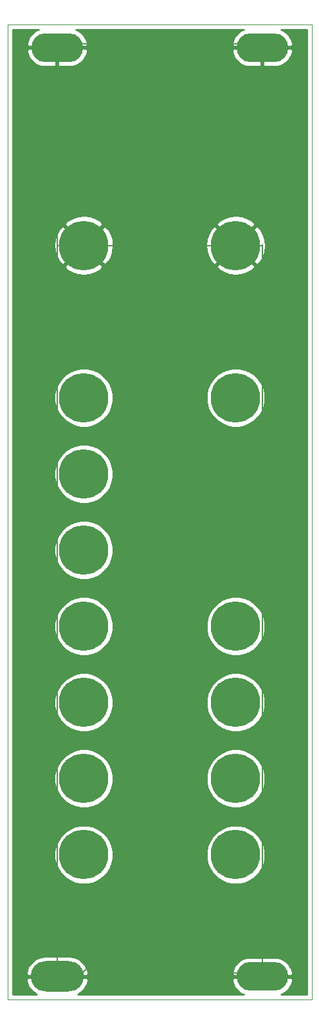
<source format=gbr>
%TF.GenerationSoftware,KiCad,Pcbnew,(5.1.0)-1*%
%TF.CreationDate,2020-03-07T12:32:10+01:00*%
%TF.ProjectId,KicadJE_AC3340_RevA_Faceplate,4b696361-644a-4455-9f41-43333334305f,rev?*%
%TF.SameCoordinates,Original*%
%TF.FileFunction,Copper,L1,Top*%
%TF.FilePolarity,Positive*%
%FSLAX46Y46*%
G04 Gerber Fmt 4.6, Leading zero omitted, Abs format (unit mm)*
G04 Created by KiCad (PCBNEW (5.1.0)-1) date 2020-03-07 12:32:10*
%MOMM*%
%LPD*%
G04 APERTURE LIST*
%ADD10C,0.050000*%
%ADD11O,7.000000X4.000000*%
%ADD12O,6.800000X3.800000*%
%ADD13C,6.500000*%
%ADD14C,0.150000*%
%ADD15C,0.254000*%
G04 APERTURE END LIST*
D10*
X-50000000Y-164000000D02*
X-50000000Y-36000000D01*
X-10000000Y-164000000D02*
X-50000000Y-164000000D01*
X-10000000Y-36000000D02*
X-10000000Y-164000000D01*
X-50000000Y-36000000D02*
X-10000000Y-36000000D01*
D11*
X-43500000Y-161000000D03*
D12*
X-16500000Y-39000000D03*
X-43500000Y-39000000D03*
X-16500000Y-161000000D03*
D13*
X-20000000Y-65000000D03*
X-40000000Y-65000000D03*
X-20000000Y-85000000D03*
X-40000000Y-85000000D03*
X-40000000Y-95000000D03*
X-40000000Y-125000000D03*
X-40000000Y-105000000D03*
X-40000000Y-115000000D03*
X-20000000Y-115000000D03*
X-20000000Y-125000000D03*
X-20000000Y-135000000D03*
X-40000000Y-135000000D03*
X-40000000Y-145000000D03*
X-20000000Y-145000000D03*
D14*
X-39950000Y-38500000D02*
X-16500000Y-38500000D01*
X-43500000Y-38500000D02*
X-39950000Y-38500000D01*
X-16500000Y-141500000D02*
X-16500000Y-160500000D01*
X-40150000Y-160500000D02*
X-43500000Y-160500000D01*
X-38940418Y-159290418D02*
X-40150000Y-160500000D01*
X-26699807Y-159290418D02*
X-38940418Y-159290418D01*
X-25490225Y-160500000D02*
X-26699807Y-159290418D01*
X-16500000Y-160500000D02*
X-25490225Y-160500000D01*
X-16600000Y-65000000D02*
X-16500000Y-64900000D01*
X-43400000Y-65000000D02*
X-16600000Y-65000000D01*
X-43500000Y-65100000D02*
X-43400000Y-65000000D01*
X-43500000Y-160500000D02*
X-43500000Y-65100000D01*
X-16500000Y-64900000D02*
X-16500000Y-141500000D01*
X-43500000Y-65100000D02*
X-43500000Y-38500000D01*
D15*
G36*
X-46087435Y-36706566D02*
G01*
X-46513967Y-36962782D01*
X-46882318Y-37297287D01*
X-47178333Y-37697226D01*
X-47390636Y-38147230D01*
X-47480779Y-38478500D01*
X-47372854Y-38873000D01*
X-43627000Y-38873000D01*
X-43627000Y-38853000D01*
X-43373000Y-38853000D01*
X-43373000Y-38873000D01*
X-39627146Y-38873000D01*
X-39519221Y-38478500D01*
X-39609364Y-38147230D01*
X-39821667Y-37697226D01*
X-40117682Y-37297287D01*
X-40486033Y-36962782D01*
X-40912565Y-36706566D01*
X-41042312Y-36660000D01*
X-18957688Y-36660000D01*
X-19087435Y-36706566D01*
X-19513967Y-36962782D01*
X-19882318Y-37297287D01*
X-20178333Y-37697226D01*
X-20390636Y-38147230D01*
X-20480779Y-38478500D01*
X-20372854Y-38873000D01*
X-16627000Y-38873000D01*
X-16627000Y-38853000D01*
X-16373000Y-38853000D01*
X-16373000Y-38873000D01*
X-12627146Y-38873000D01*
X-12519221Y-38478500D01*
X-12609364Y-38147230D01*
X-12821667Y-37697226D01*
X-13117682Y-37297287D01*
X-13486033Y-36962782D01*
X-13912565Y-36706566D01*
X-14042312Y-36660000D01*
X-10660000Y-36660000D01*
X-10659999Y-163340000D01*
X-14042312Y-163340000D01*
X-13912565Y-163293434D01*
X-13486033Y-163037218D01*
X-13117682Y-162702713D01*
X-12821667Y-162302774D01*
X-12609364Y-161852770D01*
X-12519221Y-161521500D01*
X-12627146Y-161127000D01*
X-16373000Y-161127000D01*
X-16373000Y-161147000D01*
X-16627000Y-161147000D01*
X-16627000Y-161127000D01*
X-20372854Y-161127000D01*
X-20480779Y-161521500D01*
X-20390636Y-161852770D01*
X-20178333Y-162302774D01*
X-19882318Y-162702713D01*
X-19513967Y-163037218D01*
X-19087435Y-163293434D01*
X-18957688Y-163340000D01*
X-40797686Y-163340000D01*
X-40430475Y-163120365D01*
X-40046970Y-162773424D01*
X-39738519Y-162358331D01*
X-39516975Y-161891038D01*
X-39420333Y-161537162D01*
X-39527009Y-161127000D01*
X-43373000Y-161127000D01*
X-43373000Y-161147000D01*
X-43627000Y-161147000D01*
X-43627000Y-161127000D01*
X-47472991Y-161127000D01*
X-47579667Y-161537162D01*
X-47483025Y-161891038D01*
X-47261481Y-162358331D01*
X-46953030Y-162773424D01*
X-46569525Y-163120365D01*
X-46202314Y-163340000D01*
X-49340000Y-163340000D01*
X-49340000Y-160462838D01*
X-47579667Y-160462838D01*
X-47472991Y-160873000D01*
X-43627000Y-160873000D01*
X-43627000Y-160853000D01*
X-43373000Y-160853000D01*
X-43373000Y-160873000D01*
X-39527009Y-160873000D01*
X-39424407Y-160478500D01*
X-20480779Y-160478500D01*
X-20372854Y-160873000D01*
X-16627000Y-160873000D01*
X-16627000Y-160853000D01*
X-16373000Y-160853000D01*
X-16373000Y-160873000D01*
X-12627146Y-160873000D01*
X-12519221Y-160478500D01*
X-12609364Y-160147230D01*
X-12821667Y-159697226D01*
X-13117682Y-159297287D01*
X-13486033Y-158962782D01*
X-13912565Y-158706566D01*
X-14380886Y-158538486D01*
X-14873000Y-158465000D01*
X-18127000Y-158465000D01*
X-18619114Y-158538486D01*
X-19087435Y-158706566D01*
X-19513967Y-158962782D01*
X-19882318Y-159297287D01*
X-20178333Y-159697226D01*
X-20390636Y-160147230D01*
X-20480779Y-160478500D01*
X-39424407Y-160478500D01*
X-39420333Y-160462838D01*
X-39516975Y-160108962D01*
X-39738519Y-159641669D01*
X-40046970Y-159226576D01*
X-40430475Y-158879635D01*
X-40874296Y-158614178D01*
X-41361377Y-158440407D01*
X-41873000Y-158365000D01*
X-45127000Y-158365000D01*
X-45638623Y-158440407D01*
X-46125704Y-158614178D01*
X-46569525Y-158879635D01*
X-46953030Y-159226576D01*
X-47261481Y-159641669D01*
X-47483025Y-160108962D01*
X-47579667Y-160462838D01*
X-49340000Y-160462838D01*
X-49340000Y-144617361D01*
X-43885000Y-144617361D01*
X-43885000Y-145382639D01*
X-43735702Y-146133213D01*
X-43442842Y-146840238D01*
X-43017677Y-147476543D01*
X-42476543Y-148017677D01*
X-41840238Y-148442842D01*
X-41133213Y-148735702D01*
X-40382639Y-148885000D01*
X-39617361Y-148885000D01*
X-38866787Y-148735702D01*
X-38159762Y-148442842D01*
X-37523457Y-148017677D01*
X-36982323Y-147476543D01*
X-36557158Y-146840238D01*
X-36264298Y-146133213D01*
X-36115000Y-145382639D01*
X-36115000Y-144617361D01*
X-23885000Y-144617361D01*
X-23885000Y-145382639D01*
X-23735702Y-146133213D01*
X-23442842Y-146840238D01*
X-23017677Y-147476543D01*
X-22476543Y-148017677D01*
X-21840238Y-148442842D01*
X-21133213Y-148735702D01*
X-20382639Y-148885000D01*
X-19617361Y-148885000D01*
X-18866787Y-148735702D01*
X-18159762Y-148442842D01*
X-17523457Y-148017677D01*
X-16982323Y-147476543D01*
X-16557158Y-146840238D01*
X-16264298Y-146133213D01*
X-16115000Y-145382639D01*
X-16115000Y-144617361D01*
X-16264298Y-143866787D01*
X-16557158Y-143159762D01*
X-16982323Y-142523457D01*
X-17523457Y-141982323D01*
X-18159762Y-141557158D01*
X-18866787Y-141264298D01*
X-19617361Y-141115000D01*
X-20382639Y-141115000D01*
X-21133213Y-141264298D01*
X-21840238Y-141557158D01*
X-22476543Y-141982323D01*
X-23017677Y-142523457D01*
X-23442842Y-143159762D01*
X-23735702Y-143866787D01*
X-23885000Y-144617361D01*
X-36115000Y-144617361D01*
X-36264298Y-143866787D01*
X-36557158Y-143159762D01*
X-36982323Y-142523457D01*
X-37523457Y-141982323D01*
X-38159762Y-141557158D01*
X-38866787Y-141264298D01*
X-39617361Y-141115000D01*
X-40382639Y-141115000D01*
X-41133213Y-141264298D01*
X-41840238Y-141557158D01*
X-42476543Y-141982323D01*
X-43017677Y-142523457D01*
X-43442842Y-143159762D01*
X-43735702Y-143866787D01*
X-43885000Y-144617361D01*
X-49340000Y-144617361D01*
X-49340000Y-134617361D01*
X-43885000Y-134617361D01*
X-43885000Y-135382639D01*
X-43735702Y-136133213D01*
X-43442842Y-136840238D01*
X-43017677Y-137476543D01*
X-42476543Y-138017677D01*
X-41840238Y-138442842D01*
X-41133213Y-138735702D01*
X-40382639Y-138885000D01*
X-39617361Y-138885000D01*
X-38866787Y-138735702D01*
X-38159762Y-138442842D01*
X-37523457Y-138017677D01*
X-36982323Y-137476543D01*
X-36557158Y-136840238D01*
X-36264298Y-136133213D01*
X-36115000Y-135382639D01*
X-36115000Y-134617361D01*
X-23885000Y-134617361D01*
X-23885000Y-135382639D01*
X-23735702Y-136133213D01*
X-23442842Y-136840238D01*
X-23017677Y-137476543D01*
X-22476543Y-138017677D01*
X-21840238Y-138442842D01*
X-21133213Y-138735702D01*
X-20382639Y-138885000D01*
X-19617361Y-138885000D01*
X-18866787Y-138735702D01*
X-18159762Y-138442842D01*
X-17523457Y-138017677D01*
X-16982323Y-137476543D01*
X-16557158Y-136840238D01*
X-16264298Y-136133213D01*
X-16115000Y-135382639D01*
X-16115000Y-134617361D01*
X-16264298Y-133866787D01*
X-16557158Y-133159762D01*
X-16982323Y-132523457D01*
X-17523457Y-131982323D01*
X-18159762Y-131557158D01*
X-18866787Y-131264298D01*
X-19617361Y-131115000D01*
X-20382639Y-131115000D01*
X-21133213Y-131264298D01*
X-21840238Y-131557158D01*
X-22476543Y-131982323D01*
X-23017677Y-132523457D01*
X-23442842Y-133159762D01*
X-23735702Y-133866787D01*
X-23885000Y-134617361D01*
X-36115000Y-134617361D01*
X-36264298Y-133866787D01*
X-36557158Y-133159762D01*
X-36982323Y-132523457D01*
X-37523457Y-131982323D01*
X-38159762Y-131557158D01*
X-38866787Y-131264298D01*
X-39617361Y-131115000D01*
X-40382639Y-131115000D01*
X-41133213Y-131264298D01*
X-41840238Y-131557158D01*
X-42476543Y-131982323D01*
X-43017677Y-132523457D01*
X-43442842Y-133159762D01*
X-43735702Y-133866787D01*
X-43885000Y-134617361D01*
X-49340000Y-134617361D01*
X-49340000Y-124617361D01*
X-43885000Y-124617361D01*
X-43885000Y-125382639D01*
X-43735702Y-126133213D01*
X-43442842Y-126840238D01*
X-43017677Y-127476543D01*
X-42476543Y-128017677D01*
X-41840238Y-128442842D01*
X-41133213Y-128735702D01*
X-40382639Y-128885000D01*
X-39617361Y-128885000D01*
X-38866787Y-128735702D01*
X-38159762Y-128442842D01*
X-37523457Y-128017677D01*
X-36982323Y-127476543D01*
X-36557158Y-126840238D01*
X-36264298Y-126133213D01*
X-36115000Y-125382639D01*
X-36115000Y-124617361D01*
X-23885000Y-124617361D01*
X-23885000Y-125382639D01*
X-23735702Y-126133213D01*
X-23442842Y-126840238D01*
X-23017677Y-127476543D01*
X-22476543Y-128017677D01*
X-21840238Y-128442842D01*
X-21133213Y-128735702D01*
X-20382639Y-128885000D01*
X-19617361Y-128885000D01*
X-18866787Y-128735702D01*
X-18159762Y-128442842D01*
X-17523457Y-128017677D01*
X-16982323Y-127476543D01*
X-16557158Y-126840238D01*
X-16264298Y-126133213D01*
X-16115000Y-125382639D01*
X-16115000Y-124617361D01*
X-16264298Y-123866787D01*
X-16557158Y-123159762D01*
X-16982323Y-122523457D01*
X-17523457Y-121982323D01*
X-18159762Y-121557158D01*
X-18866787Y-121264298D01*
X-19617361Y-121115000D01*
X-20382639Y-121115000D01*
X-21133213Y-121264298D01*
X-21840238Y-121557158D01*
X-22476543Y-121982323D01*
X-23017677Y-122523457D01*
X-23442842Y-123159762D01*
X-23735702Y-123866787D01*
X-23885000Y-124617361D01*
X-36115000Y-124617361D01*
X-36264298Y-123866787D01*
X-36557158Y-123159762D01*
X-36982323Y-122523457D01*
X-37523457Y-121982323D01*
X-38159762Y-121557158D01*
X-38866787Y-121264298D01*
X-39617361Y-121115000D01*
X-40382639Y-121115000D01*
X-41133213Y-121264298D01*
X-41840238Y-121557158D01*
X-42476543Y-121982323D01*
X-43017677Y-122523457D01*
X-43442842Y-123159762D01*
X-43735702Y-123866787D01*
X-43885000Y-124617361D01*
X-49340000Y-124617361D01*
X-49340000Y-114617361D01*
X-43885000Y-114617361D01*
X-43885000Y-115382639D01*
X-43735702Y-116133213D01*
X-43442842Y-116840238D01*
X-43017677Y-117476543D01*
X-42476543Y-118017677D01*
X-41840238Y-118442842D01*
X-41133213Y-118735702D01*
X-40382639Y-118885000D01*
X-39617361Y-118885000D01*
X-38866787Y-118735702D01*
X-38159762Y-118442842D01*
X-37523457Y-118017677D01*
X-36982323Y-117476543D01*
X-36557158Y-116840238D01*
X-36264298Y-116133213D01*
X-36115000Y-115382639D01*
X-36115000Y-114617361D01*
X-23885000Y-114617361D01*
X-23885000Y-115382639D01*
X-23735702Y-116133213D01*
X-23442842Y-116840238D01*
X-23017677Y-117476543D01*
X-22476543Y-118017677D01*
X-21840238Y-118442842D01*
X-21133213Y-118735702D01*
X-20382639Y-118885000D01*
X-19617361Y-118885000D01*
X-18866787Y-118735702D01*
X-18159762Y-118442842D01*
X-17523457Y-118017677D01*
X-16982323Y-117476543D01*
X-16557158Y-116840238D01*
X-16264298Y-116133213D01*
X-16115000Y-115382639D01*
X-16115000Y-114617361D01*
X-16264298Y-113866787D01*
X-16557158Y-113159762D01*
X-16982323Y-112523457D01*
X-17523457Y-111982323D01*
X-18159762Y-111557158D01*
X-18866787Y-111264298D01*
X-19617361Y-111115000D01*
X-20382639Y-111115000D01*
X-21133213Y-111264298D01*
X-21840238Y-111557158D01*
X-22476543Y-111982323D01*
X-23017677Y-112523457D01*
X-23442842Y-113159762D01*
X-23735702Y-113866787D01*
X-23885000Y-114617361D01*
X-36115000Y-114617361D01*
X-36264298Y-113866787D01*
X-36557158Y-113159762D01*
X-36982323Y-112523457D01*
X-37523457Y-111982323D01*
X-38159762Y-111557158D01*
X-38866787Y-111264298D01*
X-39617361Y-111115000D01*
X-40382639Y-111115000D01*
X-41133213Y-111264298D01*
X-41840238Y-111557158D01*
X-42476543Y-111982323D01*
X-43017677Y-112523457D01*
X-43442842Y-113159762D01*
X-43735702Y-113866787D01*
X-43885000Y-114617361D01*
X-49340000Y-114617361D01*
X-49340000Y-104617361D01*
X-43885000Y-104617361D01*
X-43885000Y-105382639D01*
X-43735702Y-106133213D01*
X-43442842Y-106840238D01*
X-43017677Y-107476543D01*
X-42476543Y-108017677D01*
X-41840238Y-108442842D01*
X-41133213Y-108735702D01*
X-40382639Y-108885000D01*
X-39617361Y-108885000D01*
X-38866787Y-108735702D01*
X-38159762Y-108442842D01*
X-37523457Y-108017677D01*
X-36982323Y-107476543D01*
X-36557158Y-106840238D01*
X-36264298Y-106133213D01*
X-36115000Y-105382639D01*
X-36115000Y-104617361D01*
X-36264298Y-103866787D01*
X-36557158Y-103159762D01*
X-36982323Y-102523457D01*
X-37523457Y-101982323D01*
X-38159762Y-101557158D01*
X-38866787Y-101264298D01*
X-39617361Y-101115000D01*
X-40382639Y-101115000D01*
X-41133213Y-101264298D01*
X-41840238Y-101557158D01*
X-42476543Y-101982323D01*
X-43017677Y-102523457D01*
X-43442842Y-103159762D01*
X-43735702Y-103866787D01*
X-43885000Y-104617361D01*
X-49340000Y-104617361D01*
X-49340000Y-94617361D01*
X-43885000Y-94617361D01*
X-43885000Y-95382639D01*
X-43735702Y-96133213D01*
X-43442842Y-96840238D01*
X-43017677Y-97476543D01*
X-42476543Y-98017677D01*
X-41840238Y-98442842D01*
X-41133213Y-98735702D01*
X-40382639Y-98885000D01*
X-39617361Y-98885000D01*
X-38866787Y-98735702D01*
X-38159762Y-98442842D01*
X-37523457Y-98017677D01*
X-36982323Y-97476543D01*
X-36557158Y-96840238D01*
X-36264298Y-96133213D01*
X-36115000Y-95382639D01*
X-36115000Y-94617361D01*
X-36264298Y-93866787D01*
X-36557158Y-93159762D01*
X-36982323Y-92523457D01*
X-37523457Y-91982323D01*
X-38159762Y-91557158D01*
X-38866787Y-91264298D01*
X-39617361Y-91115000D01*
X-40382639Y-91115000D01*
X-41133213Y-91264298D01*
X-41840238Y-91557158D01*
X-42476543Y-91982323D01*
X-43017677Y-92523457D01*
X-43442842Y-93159762D01*
X-43735702Y-93866787D01*
X-43885000Y-94617361D01*
X-49340000Y-94617361D01*
X-49340000Y-84617361D01*
X-43885000Y-84617361D01*
X-43885000Y-85382639D01*
X-43735702Y-86133213D01*
X-43442842Y-86840238D01*
X-43017677Y-87476543D01*
X-42476543Y-88017677D01*
X-41840238Y-88442842D01*
X-41133213Y-88735702D01*
X-40382639Y-88885000D01*
X-39617361Y-88885000D01*
X-38866787Y-88735702D01*
X-38159762Y-88442842D01*
X-37523457Y-88017677D01*
X-36982323Y-87476543D01*
X-36557158Y-86840238D01*
X-36264298Y-86133213D01*
X-36115000Y-85382639D01*
X-36115000Y-84617361D01*
X-23885000Y-84617361D01*
X-23885000Y-85382639D01*
X-23735702Y-86133213D01*
X-23442842Y-86840238D01*
X-23017677Y-87476543D01*
X-22476543Y-88017677D01*
X-21840238Y-88442842D01*
X-21133213Y-88735702D01*
X-20382639Y-88885000D01*
X-19617361Y-88885000D01*
X-18866787Y-88735702D01*
X-18159762Y-88442842D01*
X-17523457Y-88017677D01*
X-16982323Y-87476543D01*
X-16557158Y-86840238D01*
X-16264298Y-86133213D01*
X-16115000Y-85382639D01*
X-16115000Y-84617361D01*
X-16264298Y-83866787D01*
X-16557158Y-83159762D01*
X-16982323Y-82523457D01*
X-17523457Y-81982323D01*
X-18159762Y-81557158D01*
X-18866787Y-81264298D01*
X-19617361Y-81115000D01*
X-20382639Y-81115000D01*
X-21133213Y-81264298D01*
X-21840238Y-81557158D01*
X-22476543Y-81982323D01*
X-23017677Y-82523457D01*
X-23442842Y-83159762D01*
X-23735702Y-83866787D01*
X-23885000Y-84617361D01*
X-36115000Y-84617361D01*
X-36264298Y-83866787D01*
X-36557158Y-83159762D01*
X-36982323Y-82523457D01*
X-37523457Y-81982323D01*
X-38159762Y-81557158D01*
X-38866787Y-81264298D01*
X-39617361Y-81115000D01*
X-40382639Y-81115000D01*
X-41133213Y-81264298D01*
X-41840238Y-81557158D01*
X-42476543Y-81982323D01*
X-43017677Y-82523457D01*
X-43442842Y-83159762D01*
X-43735702Y-83866787D01*
X-43885000Y-84617361D01*
X-49340000Y-84617361D01*
X-49340000Y-67736428D01*
X-42556823Y-67736428D01*
X-42190635Y-68231216D01*
X-41518163Y-68596501D01*
X-40787350Y-68823575D01*
X-40026279Y-68903710D01*
X-39264197Y-68833828D01*
X-38530392Y-68616614D01*
X-37853064Y-68260416D01*
X-37809365Y-68231216D01*
X-37443177Y-67736428D01*
X-22556823Y-67736428D01*
X-22190635Y-68231216D01*
X-21518163Y-68596501D01*
X-20787350Y-68823575D01*
X-20026279Y-68903710D01*
X-19264197Y-68833828D01*
X-18530392Y-68616614D01*
X-17853064Y-68260416D01*
X-17809365Y-68231216D01*
X-17443177Y-67736428D01*
X-20000000Y-65179605D01*
X-22556823Y-67736428D01*
X-37443177Y-67736428D01*
X-40000000Y-65179605D01*
X-42556823Y-67736428D01*
X-49340000Y-67736428D01*
X-49340000Y-64973721D01*
X-43903710Y-64973721D01*
X-43833828Y-65735803D01*
X-43616614Y-66469608D01*
X-43260416Y-67146936D01*
X-43231216Y-67190635D01*
X-42736428Y-67556823D01*
X-40179605Y-65000000D01*
X-39820395Y-65000000D01*
X-37263572Y-67556823D01*
X-36768784Y-67190635D01*
X-36403499Y-66518163D01*
X-36176425Y-65787350D01*
X-36096290Y-65026279D01*
X-36101109Y-64973721D01*
X-23903710Y-64973721D01*
X-23833828Y-65735803D01*
X-23616614Y-66469608D01*
X-23260416Y-67146936D01*
X-23231216Y-67190635D01*
X-22736428Y-67556823D01*
X-20179605Y-65000000D01*
X-19820395Y-65000000D01*
X-17263572Y-67556823D01*
X-16768784Y-67190635D01*
X-16403499Y-66518163D01*
X-16176425Y-65787350D01*
X-16096290Y-65026279D01*
X-16166172Y-64264197D01*
X-16383386Y-63530392D01*
X-16739584Y-62853064D01*
X-16768784Y-62809365D01*
X-17263572Y-62443177D01*
X-19820395Y-65000000D01*
X-20179605Y-65000000D01*
X-22736428Y-62443177D01*
X-23231216Y-62809365D01*
X-23596501Y-63481837D01*
X-23823575Y-64212650D01*
X-23903710Y-64973721D01*
X-36101109Y-64973721D01*
X-36166172Y-64264197D01*
X-36383386Y-63530392D01*
X-36739584Y-62853064D01*
X-36768784Y-62809365D01*
X-37263572Y-62443177D01*
X-39820395Y-65000000D01*
X-40179605Y-65000000D01*
X-42736428Y-62443177D01*
X-43231216Y-62809365D01*
X-43596501Y-63481837D01*
X-43823575Y-64212650D01*
X-43903710Y-64973721D01*
X-49340000Y-64973721D01*
X-49340000Y-62263572D01*
X-42556823Y-62263572D01*
X-40000000Y-64820395D01*
X-37443177Y-62263572D01*
X-22556823Y-62263572D01*
X-20000000Y-64820395D01*
X-17443177Y-62263572D01*
X-17809365Y-61768784D01*
X-18481837Y-61403499D01*
X-19212650Y-61176425D01*
X-19973721Y-61096290D01*
X-20735803Y-61166172D01*
X-21469608Y-61383386D01*
X-22146936Y-61739584D01*
X-22190635Y-61768784D01*
X-22556823Y-62263572D01*
X-37443177Y-62263572D01*
X-37809365Y-61768784D01*
X-38481837Y-61403499D01*
X-39212650Y-61176425D01*
X-39973721Y-61096290D01*
X-40735803Y-61166172D01*
X-41469608Y-61383386D01*
X-42146936Y-61739584D01*
X-42190635Y-61768784D01*
X-42556823Y-62263572D01*
X-49340000Y-62263572D01*
X-49340000Y-39521500D01*
X-47480779Y-39521500D01*
X-47390636Y-39852770D01*
X-47178333Y-40302774D01*
X-46882318Y-40702713D01*
X-46513967Y-41037218D01*
X-46087435Y-41293434D01*
X-45619114Y-41461514D01*
X-45127000Y-41535000D01*
X-43627000Y-41535000D01*
X-43627000Y-39127000D01*
X-43373000Y-39127000D01*
X-43373000Y-41535000D01*
X-41873000Y-41535000D01*
X-41380886Y-41461514D01*
X-40912565Y-41293434D01*
X-40486033Y-41037218D01*
X-40117682Y-40702713D01*
X-39821667Y-40302774D01*
X-39609364Y-39852770D01*
X-39519221Y-39521500D01*
X-20480779Y-39521500D01*
X-20390636Y-39852770D01*
X-20178333Y-40302774D01*
X-19882318Y-40702713D01*
X-19513967Y-41037218D01*
X-19087435Y-41293434D01*
X-18619114Y-41461514D01*
X-18127000Y-41535000D01*
X-16627000Y-41535000D01*
X-16627000Y-39127000D01*
X-16373000Y-39127000D01*
X-16373000Y-41535000D01*
X-14873000Y-41535000D01*
X-14380886Y-41461514D01*
X-13912565Y-41293434D01*
X-13486033Y-41037218D01*
X-13117682Y-40702713D01*
X-12821667Y-40302774D01*
X-12609364Y-39852770D01*
X-12519221Y-39521500D01*
X-12627146Y-39127000D01*
X-16373000Y-39127000D01*
X-16627000Y-39127000D01*
X-20372854Y-39127000D01*
X-20480779Y-39521500D01*
X-39519221Y-39521500D01*
X-39627146Y-39127000D01*
X-43373000Y-39127000D01*
X-43627000Y-39127000D01*
X-47372854Y-39127000D01*
X-47480779Y-39521500D01*
X-49340000Y-39521500D01*
X-49340000Y-36660000D01*
X-45957688Y-36660000D01*
X-46087435Y-36706566D01*
X-46087435Y-36706566D01*
G37*
X-46087435Y-36706566D02*
X-46513967Y-36962782D01*
X-46882318Y-37297287D01*
X-47178333Y-37697226D01*
X-47390636Y-38147230D01*
X-47480779Y-38478500D01*
X-47372854Y-38873000D01*
X-43627000Y-38873000D01*
X-43627000Y-38853000D01*
X-43373000Y-38853000D01*
X-43373000Y-38873000D01*
X-39627146Y-38873000D01*
X-39519221Y-38478500D01*
X-39609364Y-38147230D01*
X-39821667Y-37697226D01*
X-40117682Y-37297287D01*
X-40486033Y-36962782D01*
X-40912565Y-36706566D01*
X-41042312Y-36660000D01*
X-18957688Y-36660000D01*
X-19087435Y-36706566D01*
X-19513967Y-36962782D01*
X-19882318Y-37297287D01*
X-20178333Y-37697226D01*
X-20390636Y-38147230D01*
X-20480779Y-38478500D01*
X-20372854Y-38873000D01*
X-16627000Y-38873000D01*
X-16627000Y-38853000D01*
X-16373000Y-38853000D01*
X-16373000Y-38873000D01*
X-12627146Y-38873000D01*
X-12519221Y-38478500D01*
X-12609364Y-38147230D01*
X-12821667Y-37697226D01*
X-13117682Y-37297287D01*
X-13486033Y-36962782D01*
X-13912565Y-36706566D01*
X-14042312Y-36660000D01*
X-10660000Y-36660000D01*
X-10659999Y-163340000D01*
X-14042312Y-163340000D01*
X-13912565Y-163293434D01*
X-13486033Y-163037218D01*
X-13117682Y-162702713D01*
X-12821667Y-162302774D01*
X-12609364Y-161852770D01*
X-12519221Y-161521500D01*
X-12627146Y-161127000D01*
X-16373000Y-161127000D01*
X-16373000Y-161147000D01*
X-16627000Y-161147000D01*
X-16627000Y-161127000D01*
X-20372854Y-161127000D01*
X-20480779Y-161521500D01*
X-20390636Y-161852770D01*
X-20178333Y-162302774D01*
X-19882318Y-162702713D01*
X-19513967Y-163037218D01*
X-19087435Y-163293434D01*
X-18957688Y-163340000D01*
X-40797686Y-163340000D01*
X-40430475Y-163120365D01*
X-40046970Y-162773424D01*
X-39738519Y-162358331D01*
X-39516975Y-161891038D01*
X-39420333Y-161537162D01*
X-39527009Y-161127000D01*
X-43373000Y-161127000D01*
X-43373000Y-161147000D01*
X-43627000Y-161147000D01*
X-43627000Y-161127000D01*
X-47472991Y-161127000D01*
X-47579667Y-161537162D01*
X-47483025Y-161891038D01*
X-47261481Y-162358331D01*
X-46953030Y-162773424D01*
X-46569525Y-163120365D01*
X-46202314Y-163340000D01*
X-49340000Y-163340000D01*
X-49340000Y-160462838D01*
X-47579667Y-160462838D01*
X-47472991Y-160873000D01*
X-43627000Y-160873000D01*
X-43627000Y-160853000D01*
X-43373000Y-160853000D01*
X-43373000Y-160873000D01*
X-39527009Y-160873000D01*
X-39424407Y-160478500D01*
X-20480779Y-160478500D01*
X-20372854Y-160873000D01*
X-16627000Y-160873000D01*
X-16627000Y-160853000D01*
X-16373000Y-160853000D01*
X-16373000Y-160873000D01*
X-12627146Y-160873000D01*
X-12519221Y-160478500D01*
X-12609364Y-160147230D01*
X-12821667Y-159697226D01*
X-13117682Y-159297287D01*
X-13486033Y-158962782D01*
X-13912565Y-158706566D01*
X-14380886Y-158538486D01*
X-14873000Y-158465000D01*
X-18127000Y-158465000D01*
X-18619114Y-158538486D01*
X-19087435Y-158706566D01*
X-19513967Y-158962782D01*
X-19882318Y-159297287D01*
X-20178333Y-159697226D01*
X-20390636Y-160147230D01*
X-20480779Y-160478500D01*
X-39424407Y-160478500D01*
X-39420333Y-160462838D01*
X-39516975Y-160108962D01*
X-39738519Y-159641669D01*
X-40046970Y-159226576D01*
X-40430475Y-158879635D01*
X-40874296Y-158614178D01*
X-41361377Y-158440407D01*
X-41873000Y-158365000D01*
X-45127000Y-158365000D01*
X-45638623Y-158440407D01*
X-46125704Y-158614178D01*
X-46569525Y-158879635D01*
X-46953030Y-159226576D01*
X-47261481Y-159641669D01*
X-47483025Y-160108962D01*
X-47579667Y-160462838D01*
X-49340000Y-160462838D01*
X-49340000Y-144617361D01*
X-43885000Y-144617361D01*
X-43885000Y-145382639D01*
X-43735702Y-146133213D01*
X-43442842Y-146840238D01*
X-43017677Y-147476543D01*
X-42476543Y-148017677D01*
X-41840238Y-148442842D01*
X-41133213Y-148735702D01*
X-40382639Y-148885000D01*
X-39617361Y-148885000D01*
X-38866787Y-148735702D01*
X-38159762Y-148442842D01*
X-37523457Y-148017677D01*
X-36982323Y-147476543D01*
X-36557158Y-146840238D01*
X-36264298Y-146133213D01*
X-36115000Y-145382639D01*
X-36115000Y-144617361D01*
X-23885000Y-144617361D01*
X-23885000Y-145382639D01*
X-23735702Y-146133213D01*
X-23442842Y-146840238D01*
X-23017677Y-147476543D01*
X-22476543Y-148017677D01*
X-21840238Y-148442842D01*
X-21133213Y-148735702D01*
X-20382639Y-148885000D01*
X-19617361Y-148885000D01*
X-18866787Y-148735702D01*
X-18159762Y-148442842D01*
X-17523457Y-148017677D01*
X-16982323Y-147476543D01*
X-16557158Y-146840238D01*
X-16264298Y-146133213D01*
X-16115000Y-145382639D01*
X-16115000Y-144617361D01*
X-16264298Y-143866787D01*
X-16557158Y-143159762D01*
X-16982323Y-142523457D01*
X-17523457Y-141982323D01*
X-18159762Y-141557158D01*
X-18866787Y-141264298D01*
X-19617361Y-141115000D01*
X-20382639Y-141115000D01*
X-21133213Y-141264298D01*
X-21840238Y-141557158D01*
X-22476543Y-141982323D01*
X-23017677Y-142523457D01*
X-23442842Y-143159762D01*
X-23735702Y-143866787D01*
X-23885000Y-144617361D01*
X-36115000Y-144617361D01*
X-36264298Y-143866787D01*
X-36557158Y-143159762D01*
X-36982323Y-142523457D01*
X-37523457Y-141982323D01*
X-38159762Y-141557158D01*
X-38866787Y-141264298D01*
X-39617361Y-141115000D01*
X-40382639Y-141115000D01*
X-41133213Y-141264298D01*
X-41840238Y-141557158D01*
X-42476543Y-141982323D01*
X-43017677Y-142523457D01*
X-43442842Y-143159762D01*
X-43735702Y-143866787D01*
X-43885000Y-144617361D01*
X-49340000Y-144617361D01*
X-49340000Y-134617361D01*
X-43885000Y-134617361D01*
X-43885000Y-135382639D01*
X-43735702Y-136133213D01*
X-43442842Y-136840238D01*
X-43017677Y-137476543D01*
X-42476543Y-138017677D01*
X-41840238Y-138442842D01*
X-41133213Y-138735702D01*
X-40382639Y-138885000D01*
X-39617361Y-138885000D01*
X-38866787Y-138735702D01*
X-38159762Y-138442842D01*
X-37523457Y-138017677D01*
X-36982323Y-137476543D01*
X-36557158Y-136840238D01*
X-36264298Y-136133213D01*
X-36115000Y-135382639D01*
X-36115000Y-134617361D01*
X-23885000Y-134617361D01*
X-23885000Y-135382639D01*
X-23735702Y-136133213D01*
X-23442842Y-136840238D01*
X-23017677Y-137476543D01*
X-22476543Y-138017677D01*
X-21840238Y-138442842D01*
X-21133213Y-138735702D01*
X-20382639Y-138885000D01*
X-19617361Y-138885000D01*
X-18866787Y-138735702D01*
X-18159762Y-138442842D01*
X-17523457Y-138017677D01*
X-16982323Y-137476543D01*
X-16557158Y-136840238D01*
X-16264298Y-136133213D01*
X-16115000Y-135382639D01*
X-16115000Y-134617361D01*
X-16264298Y-133866787D01*
X-16557158Y-133159762D01*
X-16982323Y-132523457D01*
X-17523457Y-131982323D01*
X-18159762Y-131557158D01*
X-18866787Y-131264298D01*
X-19617361Y-131115000D01*
X-20382639Y-131115000D01*
X-21133213Y-131264298D01*
X-21840238Y-131557158D01*
X-22476543Y-131982323D01*
X-23017677Y-132523457D01*
X-23442842Y-133159762D01*
X-23735702Y-133866787D01*
X-23885000Y-134617361D01*
X-36115000Y-134617361D01*
X-36264298Y-133866787D01*
X-36557158Y-133159762D01*
X-36982323Y-132523457D01*
X-37523457Y-131982323D01*
X-38159762Y-131557158D01*
X-38866787Y-131264298D01*
X-39617361Y-131115000D01*
X-40382639Y-131115000D01*
X-41133213Y-131264298D01*
X-41840238Y-131557158D01*
X-42476543Y-131982323D01*
X-43017677Y-132523457D01*
X-43442842Y-133159762D01*
X-43735702Y-133866787D01*
X-43885000Y-134617361D01*
X-49340000Y-134617361D01*
X-49340000Y-124617361D01*
X-43885000Y-124617361D01*
X-43885000Y-125382639D01*
X-43735702Y-126133213D01*
X-43442842Y-126840238D01*
X-43017677Y-127476543D01*
X-42476543Y-128017677D01*
X-41840238Y-128442842D01*
X-41133213Y-128735702D01*
X-40382639Y-128885000D01*
X-39617361Y-128885000D01*
X-38866787Y-128735702D01*
X-38159762Y-128442842D01*
X-37523457Y-128017677D01*
X-36982323Y-127476543D01*
X-36557158Y-126840238D01*
X-36264298Y-126133213D01*
X-36115000Y-125382639D01*
X-36115000Y-124617361D01*
X-23885000Y-124617361D01*
X-23885000Y-125382639D01*
X-23735702Y-126133213D01*
X-23442842Y-126840238D01*
X-23017677Y-127476543D01*
X-22476543Y-128017677D01*
X-21840238Y-128442842D01*
X-21133213Y-128735702D01*
X-20382639Y-128885000D01*
X-19617361Y-128885000D01*
X-18866787Y-128735702D01*
X-18159762Y-128442842D01*
X-17523457Y-128017677D01*
X-16982323Y-127476543D01*
X-16557158Y-126840238D01*
X-16264298Y-126133213D01*
X-16115000Y-125382639D01*
X-16115000Y-124617361D01*
X-16264298Y-123866787D01*
X-16557158Y-123159762D01*
X-16982323Y-122523457D01*
X-17523457Y-121982323D01*
X-18159762Y-121557158D01*
X-18866787Y-121264298D01*
X-19617361Y-121115000D01*
X-20382639Y-121115000D01*
X-21133213Y-121264298D01*
X-21840238Y-121557158D01*
X-22476543Y-121982323D01*
X-23017677Y-122523457D01*
X-23442842Y-123159762D01*
X-23735702Y-123866787D01*
X-23885000Y-124617361D01*
X-36115000Y-124617361D01*
X-36264298Y-123866787D01*
X-36557158Y-123159762D01*
X-36982323Y-122523457D01*
X-37523457Y-121982323D01*
X-38159762Y-121557158D01*
X-38866787Y-121264298D01*
X-39617361Y-121115000D01*
X-40382639Y-121115000D01*
X-41133213Y-121264298D01*
X-41840238Y-121557158D01*
X-42476543Y-121982323D01*
X-43017677Y-122523457D01*
X-43442842Y-123159762D01*
X-43735702Y-123866787D01*
X-43885000Y-124617361D01*
X-49340000Y-124617361D01*
X-49340000Y-114617361D01*
X-43885000Y-114617361D01*
X-43885000Y-115382639D01*
X-43735702Y-116133213D01*
X-43442842Y-116840238D01*
X-43017677Y-117476543D01*
X-42476543Y-118017677D01*
X-41840238Y-118442842D01*
X-41133213Y-118735702D01*
X-40382639Y-118885000D01*
X-39617361Y-118885000D01*
X-38866787Y-118735702D01*
X-38159762Y-118442842D01*
X-37523457Y-118017677D01*
X-36982323Y-117476543D01*
X-36557158Y-116840238D01*
X-36264298Y-116133213D01*
X-36115000Y-115382639D01*
X-36115000Y-114617361D01*
X-23885000Y-114617361D01*
X-23885000Y-115382639D01*
X-23735702Y-116133213D01*
X-23442842Y-116840238D01*
X-23017677Y-117476543D01*
X-22476543Y-118017677D01*
X-21840238Y-118442842D01*
X-21133213Y-118735702D01*
X-20382639Y-118885000D01*
X-19617361Y-118885000D01*
X-18866787Y-118735702D01*
X-18159762Y-118442842D01*
X-17523457Y-118017677D01*
X-16982323Y-117476543D01*
X-16557158Y-116840238D01*
X-16264298Y-116133213D01*
X-16115000Y-115382639D01*
X-16115000Y-114617361D01*
X-16264298Y-113866787D01*
X-16557158Y-113159762D01*
X-16982323Y-112523457D01*
X-17523457Y-111982323D01*
X-18159762Y-111557158D01*
X-18866787Y-111264298D01*
X-19617361Y-111115000D01*
X-20382639Y-111115000D01*
X-21133213Y-111264298D01*
X-21840238Y-111557158D01*
X-22476543Y-111982323D01*
X-23017677Y-112523457D01*
X-23442842Y-113159762D01*
X-23735702Y-113866787D01*
X-23885000Y-114617361D01*
X-36115000Y-114617361D01*
X-36264298Y-113866787D01*
X-36557158Y-113159762D01*
X-36982323Y-112523457D01*
X-37523457Y-111982323D01*
X-38159762Y-111557158D01*
X-38866787Y-111264298D01*
X-39617361Y-111115000D01*
X-40382639Y-111115000D01*
X-41133213Y-111264298D01*
X-41840238Y-111557158D01*
X-42476543Y-111982323D01*
X-43017677Y-112523457D01*
X-43442842Y-113159762D01*
X-43735702Y-113866787D01*
X-43885000Y-114617361D01*
X-49340000Y-114617361D01*
X-49340000Y-104617361D01*
X-43885000Y-104617361D01*
X-43885000Y-105382639D01*
X-43735702Y-106133213D01*
X-43442842Y-106840238D01*
X-43017677Y-107476543D01*
X-42476543Y-108017677D01*
X-41840238Y-108442842D01*
X-41133213Y-108735702D01*
X-40382639Y-108885000D01*
X-39617361Y-108885000D01*
X-38866787Y-108735702D01*
X-38159762Y-108442842D01*
X-37523457Y-108017677D01*
X-36982323Y-107476543D01*
X-36557158Y-106840238D01*
X-36264298Y-106133213D01*
X-36115000Y-105382639D01*
X-36115000Y-104617361D01*
X-36264298Y-103866787D01*
X-36557158Y-103159762D01*
X-36982323Y-102523457D01*
X-37523457Y-101982323D01*
X-38159762Y-101557158D01*
X-38866787Y-101264298D01*
X-39617361Y-101115000D01*
X-40382639Y-101115000D01*
X-41133213Y-101264298D01*
X-41840238Y-101557158D01*
X-42476543Y-101982323D01*
X-43017677Y-102523457D01*
X-43442842Y-103159762D01*
X-43735702Y-103866787D01*
X-43885000Y-104617361D01*
X-49340000Y-104617361D01*
X-49340000Y-94617361D01*
X-43885000Y-94617361D01*
X-43885000Y-95382639D01*
X-43735702Y-96133213D01*
X-43442842Y-96840238D01*
X-43017677Y-97476543D01*
X-42476543Y-98017677D01*
X-41840238Y-98442842D01*
X-41133213Y-98735702D01*
X-40382639Y-98885000D01*
X-39617361Y-98885000D01*
X-38866787Y-98735702D01*
X-38159762Y-98442842D01*
X-37523457Y-98017677D01*
X-36982323Y-97476543D01*
X-36557158Y-96840238D01*
X-36264298Y-96133213D01*
X-36115000Y-95382639D01*
X-36115000Y-94617361D01*
X-36264298Y-93866787D01*
X-36557158Y-93159762D01*
X-36982323Y-92523457D01*
X-37523457Y-91982323D01*
X-38159762Y-91557158D01*
X-38866787Y-91264298D01*
X-39617361Y-91115000D01*
X-40382639Y-91115000D01*
X-41133213Y-91264298D01*
X-41840238Y-91557158D01*
X-42476543Y-91982323D01*
X-43017677Y-92523457D01*
X-43442842Y-93159762D01*
X-43735702Y-93866787D01*
X-43885000Y-94617361D01*
X-49340000Y-94617361D01*
X-49340000Y-84617361D01*
X-43885000Y-84617361D01*
X-43885000Y-85382639D01*
X-43735702Y-86133213D01*
X-43442842Y-86840238D01*
X-43017677Y-87476543D01*
X-42476543Y-88017677D01*
X-41840238Y-88442842D01*
X-41133213Y-88735702D01*
X-40382639Y-88885000D01*
X-39617361Y-88885000D01*
X-38866787Y-88735702D01*
X-38159762Y-88442842D01*
X-37523457Y-88017677D01*
X-36982323Y-87476543D01*
X-36557158Y-86840238D01*
X-36264298Y-86133213D01*
X-36115000Y-85382639D01*
X-36115000Y-84617361D01*
X-23885000Y-84617361D01*
X-23885000Y-85382639D01*
X-23735702Y-86133213D01*
X-23442842Y-86840238D01*
X-23017677Y-87476543D01*
X-22476543Y-88017677D01*
X-21840238Y-88442842D01*
X-21133213Y-88735702D01*
X-20382639Y-88885000D01*
X-19617361Y-88885000D01*
X-18866787Y-88735702D01*
X-18159762Y-88442842D01*
X-17523457Y-88017677D01*
X-16982323Y-87476543D01*
X-16557158Y-86840238D01*
X-16264298Y-86133213D01*
X-16115000Y-85382639D01*
X-16115000Y-84617361D01*
X-16264298Y-83866787D01*
X-16557158Y-83159762D01*
X-16982323Y-82523457D01*
X-17523457Y-81982323D01*
X-18159762Y-81557158D01*
X-18866787Y-81264298D01*
X-19617361Y-81115000D01*
X-20382639Y-81115000D01*
X-21133213Y-81264298D01*
X-21840238Y-81557158D01*
X-22476543Y-81982323D01*
X-23017677Y-82523457D01*
X-23442842Y-83159762D01*
X-23735702Y-83866787D01*
X-23885000Y-84617361D01*
X-36115000Y-84617361D01*
X-36264298Y-83866787D01*
X-36557158Y-83159762D01*
X-36982323Y-82523457D01*
X-37523457Y-81982323D01*
X-38159762Y-81557158D01*
X-38866787Y-81264298D01*
X-39617361Y-81115000D01*
X-40382639Y-81115000D01*
X-41133213Y-81264298D01*
X-41840238Y-81557158D01*
X-42476543Y-81982323D01*
X-43017677Y-82523457D01*
X-43442842Y-83159762D01*
X-43735702Y-83866787D01*
X-43885000Y-84617361D01*
X-49340000Y-84617361D01*
X-49340000Y-67736428D01*
X-42556823Y-67736428D01*
X-42190635Y-68231216D01*
X-41518163Y-68596501D01*
X-40787350Y-68823575D01*
X-40026279Y-68903710D01*
X-39264197Y-68833828D01*
X-38530392Y-68616614D01*
X-37853064Y-68260416D01*
X-37809365Y-68231216D01*
X-37443177Y-67736428D01*
X-22556823Y-67736428D01*
X-22190635Y-68231216D01*
X-21518163Y-68596501D01*
X-20787350Y-68823575D01*
X-20026279Y-68903710D01*
X-19264197Y-68833828D01*
X-18530392Y-68616614D01*
X-17853064Y-68260416D01*
X-17809365Y-68231216D01*
X-17443177Y-67736428D01*
X-20000000Y-65179605D01*
X-22556823Y-67736428D01*
X-37443177Y-67736428D01*
X-40000000Y-65179605D01*
X-42556823Y-67736428D01*
X-49340000Y-67736428D01*
X-49340000Y-64973721D01*
X-43903710Y-64973721D01*
X-43833828Y-65735803D01*
X-43616614Y-66469608D01*
X-43260416Y-67146936D01*
X-43231216Y-67190635D01*
X-42736428Y-67556823D01*
X-40179605Y-65000000D01*
X-39820395Y-65000000D01*
X-37263572Y-67556823D01*
X-36768784Y-67190635D01*
X-36403499Y-66518163D01*
X-36176425Y-65787350D01*
X-36096290Y-65026279D01*
X-36101109Y-64973721D01*
X-23903710Y-64973721D01*
X-23833828Y-65735803D01*
X-23616614Y-66469608D01*
X-23260416Y-67146936D01*
X-23231216Y-67190635D01*
X-22736428Y-67556823D01*
X-20179605Y-65000000D01*
X-19820395Y-65000000D01*
X-17263572Y-67556823D01*
X-16768784Y-67190635D01*
X-16403499Y-66518163D01*
X-16176425Y-65787350D01*
X-16096290Y-65026279D01*
X-16166172Y-64264197D01*
X-16383386Y-63530392D01*
X-16739584Y-62853064D01*
X-16768784Y-62809365D01*
X-17263572Y-62443177D01*
X-19820395Y-65000000D01*
X-20179605Y-65000000D01*
X-22736428Y-62443177D01*
X-23231216Y-62809365D01*
X-23596501Y-63481837D01*
X-23823575Y-64212650D01*
X-23903710Y-64973721D01*
X-36101109Y-64973721D01*
X-36166172Y-64264197D01*
X-36383386Y-63530392D01*
X-36739584Y-62853064D01*
X-36768784Y-62809365D01*
X-37263572Y-62443177D01*
X-39820395Y-65000000D01*
X-40179605Y-65000000D01*
X-42736428Y-62443177D01*
X-43231216Y-62809365D01*
X-43596501Y-63481837D01*
X-43823575Y-64212650D01*
X-43903710Y-64973721D01*
X-49340000Y-64973721D01*
X-49340000Y-62263572D01*
X-42556823Y-62263572D01*
X-40000000Y-64820395D01*
X-37443177Y-62263572D01*
X-22556823Y-62263572D01*
X-20000000Y-64820395D01*
X-17443177Y-62263572D01*
X-17809365Y-61768784D01*
X-18481837Y-61403499D01*
X-19212650Y-61176425D01*
X-19973721Y-61096290D01*
X-20735803Y-61166172D01*
X-21469608Y-61383386D01*
X-22146936Y-61739584D01*
X-22190635Y-61768784D01*
X-22556823Y-62263572D01*
X-37443177Y-62263572D01*
X-37809365Y-61768784D01*
X-38481837Y-61403499D01*
X-39212650Y-61176425D01*
X-39973721Y-61096290D01*
X-40735803Y-61166172D01*
X-41469608Y-61383386D01*
X-42146936Y-61739584D01*
X-42190635Y-61768784D01*
X-42556823Y-62263572D01*
X-49340000Y-62263572D01*
X-49340000Y-39521500D01*
X-47480779Y-39521500D01*
X-47390636Y-39852770D01*
X-47178333Y-40302774D01*
X-46882318Y-40702713D01*
X-46513967Y-41037218D01*
X-46087435Y-41293434D01*
X-45619114Y-41461514D01*
X-45127000Y-41535000D01*
X-43627000Y-41535000D01*
X-43627000Y-39127000D01*
X-43373000Y-39127000D01*
X-43373000Y-41535000D01*
X-41873000Y-41535000D01*
X-41380886Y-41461514D01*
X-40912565Y-41293434D01*
X-40486033Y-41037218D01*
X-40117682Y-40702713D01*
X-39821667Y-40302774D01*
X-39609364Y-39852770D01*
X-39519221Y-39521500D01*
X-20480779Y-39521500D01*
X-20390636Y-39852770D01*
X-20178333Y-40302774D01*
X-19882318Y-40702713D01*
X-19513967Y-41037218D01*
X-19087435Y-41293434D01*
X-18619114Y-41461514D01*
X-18127000Y-41535000D01*
X-16627000Y-41535000D01*
X-16627000Y-39127000D01*
X-16373000Y-39127000D01*
X-16373000Y-41535000D01*
X-14873000Y-41535000D01*
X-14380886Y-41461514D01*
X-13912565Y-41293434D01*
X-13486033Y-41037218D01*
X-13117682Y-40702713D01*
X-12821667Y-40302774D01*
X-12609364Y-39852770D01*
X-12519221Y-39521500D01*
X-12627146Y-39127000D01*
X-16373000Y-39127000D01*
X-16627000Y-39127000D01*
X-20372854Y-39127000D01*
X-20480779Y-39521500D01*
X-39519221Y-39521500D01*
X-39627146Y-39127000D01*
X-43373000Y-39127000D01*
X-43627000Y-39127000D01*
X-47372854Y-39127000D01*
X-47480779Y-39521500D01*
X-49340000Y-39521500D01*
X-49340000Y-36660000D01*
X-45957688Y-36660000D01*
X-46087435Y-36706566D01*
M02*

</source>
